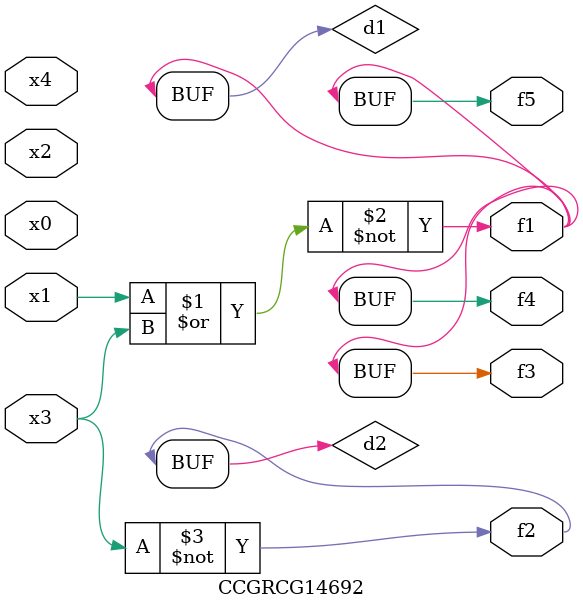
<source format=v>
module CCGRCG14692(
	input x0, x1, x2, x3, x4,
	output f1, f2, f3, f4, f5
);

	wire d1, d2;

	nor (d1, x1, x3);
	not (d2, x3);
	assign f1 = d1;
	assign f2 = d2;
	assign f3 = d1;
	assign f4 = d1;
	assign f5 = d1;
endmodule

</source>
